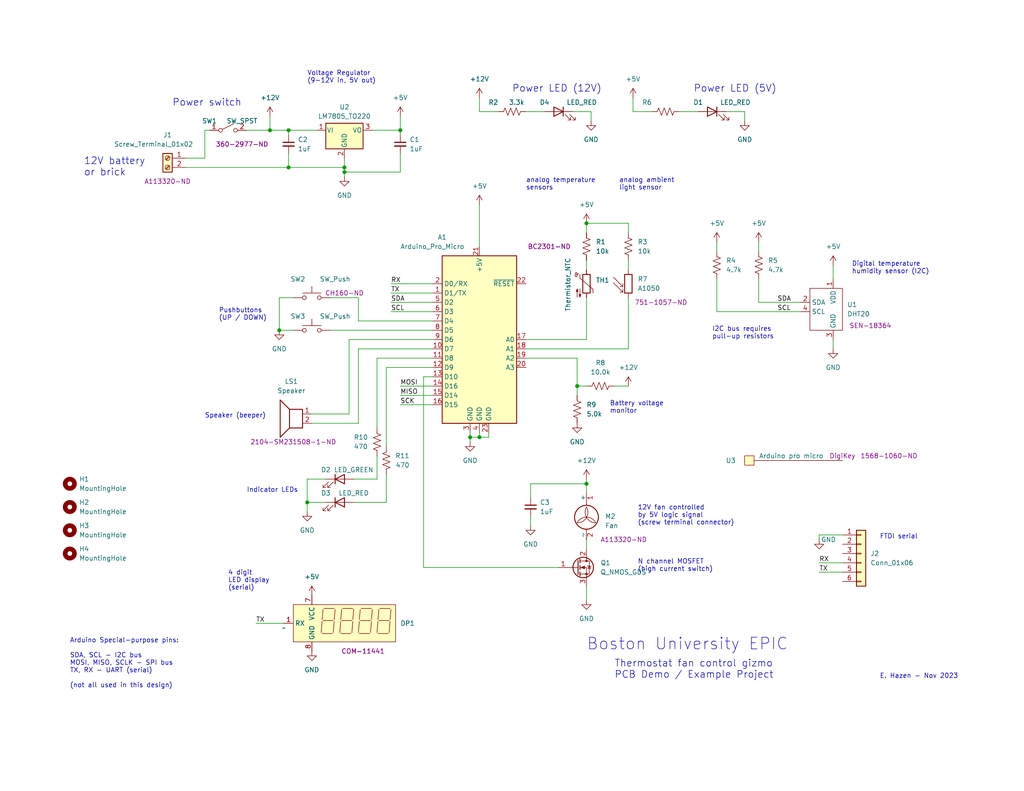
<source format=kicad_sch>
(kicad_sch (version 20230121) (generator eeschema)
  (paper "USLetter")
  (lib_symbols
    (symbol "Connector:Screw_Terminal_01x02" (pin_names (offset 1.016) hide)
      (property "Reference" "J" (at 0 2.54 0))
      (property "Value" "Screw_Terminal_01x02" (at 0 -5.08 0))
      (symbol "Screw_Terminal_01x02_1_1"
        (rectangle (start -1.27 1.27) (end 1.27 -3.81) (stroke (width 0.254)) (fill (type background)))
        (circle (center 0 -2.54) (radius 0.635) (stroke (width 0.1524)))
        (polyline (pts (xy -0.5334 -2.2098) (xy 0.3302 -3.048)) (stroke (width 0.1524)))
        (polyline (pts (xy -0.5334 0.3302) (xy 0.3302 -0.508)) (stroke (width 0.1524)))
        (polyline (pts (xy -0.3556 -2.032) (xy 0.508 -2.8702)) (stroke (width 0.1524)))
        (polyline (pts (xy -0.3556 0.508) (xy 0.508 -0.3302)) (stroke (width 0.1524)))
        (circle (center 0 0) (radius 0.635) (stroke (width 0.1524)))
        (pin passive line (at -5.08 0 0) (length 3.81) (name "Pin_1") (number "1"))
        (pin passive line (at -5.08 -2.54 0) (length 3.81) (name "Pin_2") (number "2"))
      )
    )
    (symbol "Connector_Generic:Conn_01x06" (pin_names (offset 1.016) hide)
      (property "Reference" "J" (at 0 7.62 0))
      (property "Value" "Conn_01x06" (at 0 -10.16 0))
      (symbol "Conn_01x06_1_1"
        (rectangle (start -1.27 -7.493) (end 0 -7.747) (stroke (width 0.1524)))
        (rectangle (start -1.27 -4.953) (end 0 -5.207) (stroke (width 0.1524)))
        (rectangle (start -1.27 -2.413) (end 0 -2.667) (stroke (width 0.1524)))
        (rectangle (start -1.27 0.127) (end 0 -0.127) (stroke (width 0.1524)))
        (rectangle (start -1.27 2.667) (end 0 2.413) (stroke (width 0.1524)))
        (rectangle (start -1.27 5.207) (end 0 4.953) (stroke (width 0.1524)))
        (rectangle (start -1.27 6.35) (end 1.27 -8.89) (stroke (width 0.254)) (fill (type background)))
        (pin passive line (at -5.08 5.08 0) (length 3.81) (name "Pin_1") (number "1"))
        (pin passive line (at -5.08 2.54 0) (length 3.81) (name "Pin_2") (number "2"))
        (pin passive line (at -5.08 0 0) (length 3.81) (name "Pin_3") (number "3"))
        (pin passive line (at -5.08 -2.54 0) (length 3.81) (name "Pin_4") (number "4"))
        (pin passive line (at -5.08 -5.08 0) (length 3.81) (name "Pin_5") (number "5"))
        (pin passive line (at -5.08 -7.62 0) (length 3.81) (name "Pin_6") (number "6"))
      )
    )
    (symbol "Device:C_Small" (pin_numbers hide) (pin_names (offset 0.254) hide)
      (property "Reference" "C" (at 0.254 1.778 0))
      (property "Value" "C_Small" (at 0.254 -2.032 0))
      (symbol "C_Small_0_1"
        (polyline (pts (xy -1.524 -0.508) (xy 1.524 -0.508)) (stroke (width 0.3302)))
        (polyline (pts (xy -1.524 0.508) (xy 1.524 0.508)) (stroke (width 0.3048)))
      )
      (symbol "C_Small_1_1"
        (pin passive line (at 0 2.54 270) (length 2.032) (name "~") (number "1"))
        (pin passive line (at 0 -2.54 90) (length 2.032) (name "~") (number "2"))
      )
    )
    (symbol "Device:LED" (pin_numbers hide) (pin_names (offset 1.016) hide)
      (property "Reference" "D" (at 0 2.54 0))
      (property "Value" "LED" (at 0 -2.54 0))
      (symbol "LED_0_1"
        (polyline (pts (xy -1.27 -1.27) (xy -1.27 1.27)) (stroke (width 0.254)))
        (polyline (pts (xy -1.27 0) (xy 1.27 0)))
        (polyline (pts (xy 1.27 -1.27) (xy 1.27 1.27) (xy -1.27 0) (xy 1.27 -1.27)) (stroke (width 0.254)))
        (polyline (pts (xy -3.048 -0.762) (xy -4.572 -2.286) (xy -3.81 -2.286) (xy -4.572 -2.286) (xy -4.572 -1.524)))
        (polyline (pts (xy -1.778 -0.762) (xy -3.302 -2.286) (xy -2.54 -2.286) (xy -3.302 -2.286) (xy -3.302 -1.524)))
      )
      (symbol "LED_1_1"
        (pin passive line (at -3.81 0 0) (length 2.54) (name "K") (number "1"))
        (pin passive line (at 3.81 0 180) (length 2.54) (name "A") (number "2"))
      )
    )
    (symbol "Device:Q_NMOS_GDS" (pin_names (offset 0) hide)
      (property "Reference" "Q" (at 5.08 1.27 0))
      (property "Value" "Q_NMOS_GDS" (at 5.08 -1.27 0))
      (symbol "Q_NMOS_GDS_0_1"
        (polyline (pts (xy 0.254 0) (xy -2.54 0)))
        (polyline (pts (xy 0.254 1.905) (xy 0.254 -1.905)) (stroke (width 0.254)))
        (polyline (pts (xy 0.762 -1.27) (xy 0.762 -2.286)) (stroke (width 0.254)))
        (polyline (pts (xy 0.762 0.508) (xy 0.762 -0.508)) (stroke (width 0.254)))
        (polyline (pts (xy 0.762 2.286) (xy 0.762 1.27)) (stroke (width 0.254)))
        (polyline (pts (xy 2.54 2.54) (xy 2.54 1.778)))
        (polyline (pts (xy 2.54 -2.54) (xy 2.54 0) (xy 0.762 0)))
        (polyline (pts (xy 0.762 -1.778) (xy 3.302 -1.778) (xy 3.302 1.778) (xy 0.762 1.778)))
        (polyline (pts (xy 1.016 0) (xy 2.032 0.381) (xy 2.032 -0.381) (xy 1.016 0)) (fill (type outline)))
        (polyline (pts (xy 2.794 0.508) (xy 2.921 0.381) (xy 3.683 0.381) (xy 3.81 0.254)))
        (polyline (pts (xy 3.302 0.381) (xy 2.921 -0.254) (xy 3.683 -0.254) (xy 3.302 0.381)))
        (circle (center 1.651 0) (radius 2.794) (stroke (width 0.254)))
        (circle (center 2.54 -1.778) (radius 0.254) (fill (type outline)))
        (circle (center 2.54 1.778) (radius 0.254) (fill (type outline)))
      )
      (symbol "Q_NMOS_GDS_1_1"
        (pin input line (at -5.08 0 0) (length 2.54) (name "G") (number "1"))
        (pin passive line (at 2.54 5.08 270) (length 2.54) (name "D") (number "2"))
        (pin passive line (at 2.54 -5.08 90) (length 2.54) (name "S") (number "3"))
      )
    )
    (symbol "Device:R_US" (pin_numbers hide) (pin_names (offset 0))
      (property "Reference" "R" (at 2.54 0 90))
      (property "Value" "R_US" (at -2.54 0 90))
      (symbol "R_US_0_1"
        (polyline (pts (xy 0 -2.286) (xy 0 -2.54)))
        (polyline (pts (xy 0 2.286) (xy 0 2.54)))
        (polyline (pts (xy 0 -0.762) (xy 1.016 -1.143) (xy 0 -1.524) (xy -1.016 -1.905) (xy 0 -2.286)))
        (polyline (pts (xy 0 0.762) (xy 1.016 0.381) (xy 0 0) (xy -1.016 -0.381) (xy 0 -0.762)))
        (polyline (pts (xy 0 2.286) (xy 1.016 1.905) (xy 0 1.524) (xy -1.016 1.143) (xy 0 0.762)))
      )
      (symbol "R_US_1_1"
        (pin passive line (at 0 3.81 270) (length 1.27) (name "~") (number "1"))
        (pin passive line (at 0 -3.81 90) (length 1.27) (name "~") (number "2"))
      )
    )
    (symbol "Device:Speaker" (pin_names (offset 0) hide)
      (property "Reference" "LS" (at 1.27 5.715 0))
      (property "Value" "Speaker" (at 1.27 3.81 0))
      (symbol "Speaker_0_0"
        (rectangle (start -2.54 1.27) (end 1.016 -3.81) (stroke (width 0.254)))
        (polyline (pts (xy 1.016 1.27) (xy 3.556 3.81) (xy 3.556 -6.35) (xy 1.016 -3.81)) (stroke (width 0.254)))
      )
      (symbol "Speaker_1_1"
        (pin input line (at -5.08 0 0) (length 2.54) (name "1") (number "1"))
        (pin input line (at -5.08 -2.54 0) (length 2.54) (name "2") (number "2"))
      )
    )
    (symbol "Device:Thermistor_NTC" (pin_numbers hide) (pin_names (offset 0))
      (property "Reference" "TH" (at -4.445 0 90))
      (property "Value" "Thermistor_NTC" (at 3.175 0 90))
      (symbol "Thermistor_NTC_0_1"
        (arc (start -3.048 2.159) (mid -3.0495 2.3143) (end -3.175 2.413))
        (arc (start -3.048 2.159) (mid -2.9736 1.9794) (end -2.794 1.905))
        (arc (start -3.048 2.794) (mid -2.9736 2.6144) (end -2.794 2.54))
        (arc (start -2.794 1.905) (mid -2.6144 1.9794) (end -2.54 2.159))
        (arc (start -2.794 2.54) (mid -2.4393 2.5587) (end -2.159 2.794))
        (arc (start -2.794 3.048) (mid -2.9736 2.9736) (end -3.048 2.794))
        (arc (start -2.54 2.794) (mid -2.6144 2.9736) (end -2.794 3.048))
        (rectangle (start -1.016 2.54) (end 1.016 -2.54) (stroke (width 0.254)))
        (polyline (pts (xy -2.54 2.159) (xy -2.54 2.794)))
        (polyline (pts (xy -1.778 2.54) (xy -1.778 1.524) (xy 1.778 -1.524) (xy 1.778 -2.54)))
        (polyline (pts (xy -2.54 -3.683) (xy -2.54 -1.397) (xy -2.794 -2.159) (xy -2.286 -2.159) (xy -2.54 -1.397) (xy -2.54 -1.651)) (fill (type outline)))
        (polyline (pts (xy -1.778 -1.397) (xy -1.778 -3.683) (xy -2.032 -2.921) (xy -1.524 -2.921) (xy -1.778 -3.683) (xy -1.778 -3.429)) (fill (type outline)))
      )
      (symbol "Thermistor_NTC_1_1"
        (pin passive line (at 0 3.81 270) (length 1.27) (name "~") (number "1"))
        (pin passive line (at 0 -3.81 90) (length 1.27) (name "~") (number "2"))
      )
    )
    (symbol "Mechanical:MountingHole" (pin_names (offset 1.016))
      (property "Reference" "H" (at 0 5.08 0))
      (property "Value" "MountingHole" (at 0 3.175 0))
      (symbol "MountingHole_0_1"
        (circle (center 0 0) (radius 1.27) (stroke (width 1.27)))
      )
    )
    (symbol "Motor:Fan" (pin_names (offset 0))
      (property "Reference" "M" (at 2.54 5.08 0))
      (property "Value" "Fan" (at 2.54 -2.54 0))
      (symbol "Fan_0_1"
        (arc (start -2.54 -0.508) (mid 0.0028 0.9121) (end 0 3.81))
        (polyline (pts (xy 0 -5.08) (xy 0 -4.572)))
        (polyline (pts (xy 0 -2.2352) (xy 0 -2.6416)))
        (polyline (pts (xy 0 4.2672) (xy 0 4.6228)))
        (polyline (pts (xy 0 4.572) (xy 0 5.08)))
        (circle (center 0 1.016) (radius 3.2512) (stroke (width 0.254)))
        (arc (start 0 3.81) (mid 0.053 0.921) (end 2.54 -0.508))
        (arc (start 2.54 -0.508) (mid 0 1.0618) (end -2.54 -0.508))
      )
      (symbol "Fan_1_1"
        (pin passive line (at 0 7.62 270) (length 2.54) (name "+") (number "1"))
        (pin passive line (at 0 -5.08 90) (length 2.54) (name "-") (number "2"))
      )
    )
    (symbol "Regulator_Linear:LM7805_TO220" (pin_names (offset 0.254))
      (property "Reference" "U" (at -3.81 3.175 0))
      (property "Value" "LM7805_TO220" (at 0 3.175 0))
      (symbol "LM7805_TO220_0_1"
        (rectangle (start -5.08 1.905) (end 5.08 -5.08) (stroke (width 0.254)) (fill (type background)))
      )
      (symbol "LM7805_TO220_1_1"
        (pin power_in line (at -7.62 0 0) (length 2.54) (name "VI") (number "1"))
        (pin power_in line (at 0 -7.62 90) (length 2.54) (name "GND") (number "2"))
        (pin power_out line (at 7.62 0 180) (length 2.54) (name "VO") (number "3"))
      )
    )
    (symbol "Sensor_Optical:A1050" (pin_numbers hide) (pin_names (offset 0))
      (property "Reference" "R" (at -5.08 0 90))
      (property "Value" "A1050" (at 1.905 0 90))
      (symbol "A1050_0_1"
        (rectangle (start -1.016 2.54) (end 1.016 -2.54) (stroke (width 0.254)))
        (polyline (pts (xy -1.524 -2.286) (xy -4.064 0.254)))
        (polyline (pts (xy -1.524 -2.286) (xy -2.286 -2.286)))
        (polyline (pts (xy -1.524 -2.286) (xy -1.524 -1.524)))
        (polyline (pts (xy -1.524 -0.762) (xy -4.064 1.778)))
        (polyline (pts (xy -1.524 -0.762) (xy -2.286 -0.762)))
        (polyline (pts (xy -1.524 -0.762) (xy -1.524 0)))
      )
      (symbol "A1050_1_1"
        (pin passive line (at 0 3.81 270) (length 1.27) (name "~") (number "1"))
        (pin passive line (at 0 -3.81 90) (length 1.27) (name "~") (number "2"))
      )
    )
    (symbol "Switch:SW_Push" (pin_numbers hide) (pin_names (offset 1.016) hide)
      (property "Reference" "SW" (at 1.27 2.54 0))
      (property "Value" "SW_Push" (at 0 -1.524 0))
      (symbol "SW_Push_0_1"
        (circle (center -2.032 0) (radius 0.508))
        (polyline (pts (xy 0 1.27) (xy 0 3.048)))
        (polyline (pts (xy 2.54 1.27) (xy -2.54 1.27)))
        (circle (center 2.032 0) (radius 0.508))
        (pin passive line (at -5.08 0 0) (length 2.54) (name "1") (number "1"))
        (pin passive line (at 5.08 0 180) (length 2.54) (name "2") (number "2"))
      )
    )
    (symbol "Switch:SW_SPST" (pin_names (offset 0) hide)
      (property "Reference" "SW" (at 0 3.175 0))
      (property "Value" "SW_SPST" (at 0 -2.54 0))
      (symbol "SW_SPST_0_0"
        (circle (center -2.032 0) (radius 0.508))
        (polyline (pts (xy -1.524 0.254) (xy 1.524 1.778)))
        (circle (center 2.032 0) (radius 0.508))
      )
      (symbol "SW_SPST_1_1"
        (pin passive line (at -5.08 0 0) (length 2.54) (name "A") (number "1"))
        (pin passive line (at 5.08 0 180) (length 2.54) (name "B") (number "2"))
      )
    )
    (symbol "misc_bom:BOM_item" (on_board no)
      (property "Reference" "U" (at -1.27 6.35 0))
      (property "Value" "BOM_item" (at 2.54 3.81 0))
      (property "CatNo" "CatNo" (at 11.43 0 0))
      (property "Vendor" "Vendor" (at 2.54 0 0))
      (symbol "BOM_item_0_1"
        (rectangle (start -1.27 1.27) (end 1.27 -1.27) (fill (type background)))
        (polyline (pts (xy 1.27 0) (xy 25.4 0)))
      )
    )
    (symbol "my_Arduino:Arduino_pro_micro"
      (property "Reference" "A" (at -10.16 23.495 0))
      (property "Value" "Arduino_Pro_Micro" (at 5.08 -24.13 0))
      (symbol "Arduino_pro_micro_0_1"
        (rectangle (start -10.16 22.86) (end 10.16 -22.86) (stroke (width 0.254)) (fill (type background)))
      )
      (symbol "Arduino_pro_micro_1_1"
        (pin bidirectional line (at -12.7 12.7 0) (length 2.54) (name "D1/TX") (number "1"))
        (pin bidirectional line (at -12.7 -2.54 0) (length 2.54) (name "D7") (number "10"))
        (pin bidirectional line (at -12.7 -5.08 0) (length 2.54) (name "D8") (number "11"))
        (pin bidirectional line (at -12.7 -7.62 0) (length 2.54) (name "D9") (number "12"))
        (pin bidirectional line (at -12.7 -10.16 0) (length 2.54) (name "D10") (number "13"))
        (pin bidirectional line (at -12.7 -12.7 0) (length 2.54) (name "D16") (number "14"))
        (pin bidirectional line (at -12.7 -15.24 0) (length 2.54) (name "D14") (number "15"))
        (pin bidirectional line (at -12.7 -17.78 0) (length 2.54) (name "D15") (number "16"))
        (pin bidirectional line (at 12.7 0 180) (length 2.54) (name "A0") (number "17"))
        (pin bidirectional line (at 12.7 -2.54 180) (length 2.54) (name "A1") (number "18"))
        (pin bidirectional line (at 12.7 -5.08 180) (length 2.54) (name "A2") (number "19"))
        (pin bidirectional line (at -12.7 15.24 0) (length 2.54) (name "D0/RX") (number "2"))
        (pin bidirectional line (at 12.7 -7.62 180) (length 2.54) (name "A3") (number "20"))
        (pin power_out line (at 0 25.4 270) (length 2.54) (name "+5V") (number "21"))
        (pin input line (at 12.7 15.24 180) (length 2.54) (name "~{RESET}") (number "22"))
        (pin power_in line (at 2.54 -25.4 90) (length 2.54) (name "GND") (number "23"))
        (pin power_in line (at -2.54 -25.4 90) (length 2.54) (name "GND") (number "3"))
        (pin power_in line (at 0 -25.4 90) (length 2.54) (name "GND") (number "4"))
        (pin bidirectional line (at -12.7 10.16 0) (length 2.54) (name "D2") (number "5"))
        (pin bidirectional line (at -12.7 7.62 0) (length 2.54) (name "D3") (number "6"))
        (pin bidirectional line (at -12.7 5.08 0) (length 2.54) (name "D4") (number "7"))
        (pin bidirectional line (at -12.7 2.54 0) (length 2.54) (name "D5") (number "8"))
        (pin bidirectional line (at -12.7 0 0) (length 2.54) (name "D6") (number "9"))
      )
    )
    (symbol "my_humid_sensor:DHT20"
      (property "Reference" "U" (at 7.62 7.62 0))
      (property "Value" "DHT20" (at 15.24 7.62 0))
      (symbol "DHT20_0_1"
        (rectangle (start 1.27 6.35) (end 10.16 -5.08))
      )
      (symbol "DHT20_1_1"
        (pin input line (at 3.81 8.89 270) (length 2.54) (name "VDD") (number "1"))
        (pin input line (at 12.7 2.54 180) (length 2.54) (name "SDA") (number "2"))
        (pin input line (at 3.81 -7.62 90) (length 2.54) (name "GND") (number "3"))
        (pin input line (at 12.7 0 180) (length 2.54) (name "SCL") (number "4"))
      )
    )
    (symbol "my_sparkfun_serial_7seg:Serial7SegmentDisplay"
      (property "Reference" "DP" (at 12.7 7.62 0))
      (symbol "Serial7SegmentDisplay_0_1"
        (polyline (pts (xy 10.16 -1.27) (xy 10.414 1.778)))
        (polyline (pts (xy 10.414 -1.524) (xy 13.208 -1.524)))
        (polyline (pts (xy 10.414 2.286) (xy 10.668 5.08)))
        (polyline (pts (xy 10.668 2.032) (xy 13.462 2.032)))
        (polyline (pts (xy 10.922 5.334) (xy 13.716 5.334)))
        (polyline (pts (xy 13.716 1.778) (xy 13.462 -1.27)))
        (polyline (pts (xy 13.716 2.286) (xy 13.97 5.08)))
        (polyline (pts (xy 15.24 -1.27) (xy 15.494 1.778)))
        (polyline (pts (xy 15.494 -1.524) (xy 18.288 -1.524)))
        (polyline (pts (xy 15.494 2.286) (xy 15.748 5.08)))
        (polyline (pts (xy 15.748 2.032) (xy 18.542 2.032)))
        (polyline (pts (xy 16.002 5.334) (xy 18.796 5.334)))
        (polyline (pts (xy 18.796 1.778) (xy 18.542 -1.27)))
        (polyline (pts (xy 18.796 2.286) (xy 19.05 5.08)))
        (polyline (pts (xy 20.32 -1.27) (xy 20.574 1.778)))
        (polyline (pts (xy 20.574 -1.524) (xy 23.368 -1.524)))
        (polyline (pts (xy 20.574 2.286) (xy 20.828 5.08)))
        (polyline (pts (xy 20.828 2.032) (xy 23.622 2.032)))
        (polyline (pts (xy 21.082 5.334) (xy 23.876 5.334)))
        (polyline (pts (xy 23.876 1.778) (xy 23.622 -1.27)))
        (polyline (pts (xy 23.876 2.286) (xy 24.13 5.08)))
        (polyline (pts (xy 25.4 -1.27) (xy 25.654 1.778)))
        (polyline (pts (xy 25.654 -1.524) (xy 28.448 -1.524)))
        (polyline (pts (xy 25.654 2.286) (xy 25.908 5.08)))
        (polyline (pts (xy 25.908 2.032) (xy 28.702 2.032)))
        (polyline (pts (xy 26.162 5.334) (xy 28.956 5.334)))
        (polyline (pts (xy 28.956 1.778) (xy 28.702 -1.27)))
        (polyline (pts (xy 28.956 2.286) (xy 29.21 5.08)))
      )
      (symbol "Serial7SegmentDisplay_1_1"
        (rectangle (start 2.54 6.35) (end 30.48 -3.81) (fill (type background)))
        (pin input line (at 0 1.27 0) (length 2.54) (name "RX") (number "1"))
        (pin input line (at 7.62 8.89 270) (length 2.54) (name "VCC") (number "7"))
        (pin input line (at 7.62 -6.35 90) (length 2.54) (name "GND") (number "8"))
      )
    )
    (symbol "power:+12V" (power) (pin_names (offset 0))
      (property "Value" "+12V" (at 0 3.556 0))
      (symbol "+12V_0_1"
        (polyline (pts (xy -0.762 1.27) (xy 0 2.54)))
        (polyline (pts (xy 0 0) (xy 0 2.54)))
        (polyline (pts (xy 0 2.54) (xy 0.762 1.27)))
      )
      (symbol "+12V_1_1"
        (pin power_in line (at 0 0 90) (length 0) hide (name "+12V") (number "1"))
      )
    )
    (symbol "power:+5V" (power) (pin_names (offset 0))
      (property "Value" "+5V" (at 0 3.556 0))
      (symbol "+5V_0_1"
        (polyline (pts (xy -0.762 1.27) (xy 0 2.54)))
        (polyline (pts (xy 0 0) (xy 0 2.54)))
        (polyline (pts (xy 0 2.54) (xy 0.762 1.27)))
      )
      (symbol "+5V_1_1"
        (pin power_in line (at 0 0 90) (length 0) hide (name "+5V") (number "1"))
      )
    )
    (symbol "power:GND" (power) (pin_names (offset 0))
      (property "Value" "GND" (at 0 -3.81 0))
      (symbol "GND_0_1"
        (polyline (pts (xy 0 0) (xy 0 -1.27) (xy 1.27 -1.27) (xy 0 -2.54) (xy -1.27 -1.27) (xy 0 -1.27)))
      )
      (symbol "GND_1_1"
        (pin power_in line (at 0 0 270) (length 0) hide (name "GND") (number "1"))
      )
    )
  )
  (junction (at 157.48 105.41))
  (junction (at 109.22 35.56))
  (junction (at 73.66 35.56))
  (junction (at 130.81 119.38))
  (junction (at 160.02 60.96))
  (junction (at 76.2 90.17))
  (junction (at 93.98 45.72))
  (junction (at 160.02 132.08))
  (junction (at 78.74 45.72))
  (junction (at 78.74 35.56))
  (junction (at 128.27 119.38))
  (junction (at 83.82 137.16))
  (junction (at 93.98 46.99))
  (wire (pts (xy 96.52 137.16) (xy 105.41 137.16)))
  (wire (pts (xy 160.02 92.71) (xy 143.51 92.71)))
  (wire (pts (xy 130.81 119.38) (xy 130.81 118.11)))
  (wire (pts (xy 102.87 97.79) (xy 102.87 116.84)))
  (wire (pts (xy 97.79 115.57) (xy 97.79 95.25)))
  (wire (pts (xy 55.88 35.56) (xy 55.88 43.18)))
  (wire (pts (xy 157.48 97.79) (xy 143.51 97.79)))
  (wire (pts (xy 160.02 60.96) (xy 160.02 63.5)))
  (wire (pts (xy 115.57 154.94) (xy 115.57 102.87)))
  (wire (pts (xy 97.79 81.28) (xy 97.79 87.63)))
  (wire (pts (xy 185.42 30.48) (xy 190.5 30.48)))
  (wire (pts (xy 157.48 107.95) (xy 157.48 105.41)))
  (wire (pts (xy 172.72 30.48) (xy 177.8 30.48)))
  (wire (pts (xy 105.41 129.54) (xy 105.41 137.16)))
  (wire (pts (xy 93.98 43.18) (xy 93.98 45.72)))
  (wire (pts (xy 144.78 132.08) (xy 144.78 135.89)))
  (wire (pts (xy 83.82 137.16) (xy 83.82 139.7)))
  (wire (pts (xy 207.01 66.04) (xy 207.01 68.58)))
  (wire (pts (xy 171.45 95.25) (xy 143.51 95.25)))
  (wire (pts (xy 109.22 46.99) (xy 109.22 41.91)))
  (wire (pts (xy 105.41 100.33) (xy 105.41 121.92)))
  (wire (pts (xy 106.68 82.55) (xy 118.11 82.55)))
  (wire (pts (xy 55.88 43.18) (xy 50.8 43.18)))
  (wire (pts (xy 88.9 137.16) (xy 83.82 137.16)))
  (wire (pts (xy 128.27 119.38) (xy 130.81 119.38)))
  (wire (pts (xy 78.74 41.91) (xy 78.74 45.72)))
  (wire (pts (xy 67.31 35.56) (xy 73.66 35.56)))
  (wire (pts (xy 101.6 35.56) (xy 109.22 35.56)))
  (wire (pts (xy 115.57 102.87) (xy 118.11 102.87)))
  (wire (pts (xy 69.85 170.18) (xy 77.47 170.18)))
  (wire (pts (xy 157.48 105.41) (xy 160.02 105.41)))
  (wire (pts (xy 90.17 90.17) (xy 118.11 90.17)))
  (wire (pts (xy 133.35 119.38) (xy 133.35 118.11)))
  (wire (pts (xy 50.8 45.72) (xy 78.74 45.72)))
  (wire (pts (xy 97.79 95.25) (xy 118.11 95.25)))
  (wire (pts (xy 78.74 36.83) (xy 78.74 35.56)))
  (wire (pts (xy 223.52 156.21) (xy 229.87 156.21)))
  (wire (pts (xy 157.48 105.41) (xy 157.48 97.79)))
  (wire (pts (xy 223.52 153.67) (xy 229.87 153.67)))
  (wire (pts (xy 203.2 33.02) (xy 203.2 30.48)))
  (wire (pts (xy 95.25 92.71) (xy 118.11 92.71)))
  (wire (pts (xy 83.82 130.81) (xy 83.82 137.16)))
  (wire (pts (xy 195.58 85.09) (xy 218.44 85.09)))
  (wire (pts (xy 55.88 35.56) (xy 57.15 35.56)))
  (wire (pts (xy 160.02 60.96) (xy 171.45 60.96)))
  (wire (pts (xy 97.79 87.63) (xy 118.11 87.63)))
  (wire (pts (xy 161.29 33.02) (xy 161.29 30.48)))
  (wire (pts (xy 130.81 119.38) (xy 133.35 119.38)))
  (wire (pts (xy 161.29 30.48) (xy 156.21 30.48)))
  (wire (pts (xy 109.22 105.41) (xy 118.11 105.41)))
  (wire (pts (xy 143.51 30.48) (xy 148.59 30.48)))
  (wire (pts (xy 227.33 72.39) (xy 227.33 76.2)))
  (wire (pts (xy 85.09 115.57) (xy 97.79 115.57)))
  (wire (pts (xy 73.66 31.75) (xy 73.66 35.56)))
  (wire (pts (xy 115.57 154.94) (xy 152.4 154.94)))
  (wire (pts (xy 229.87 146.05) (xy 223.52 146.05)))
  (wire (pts (xy 93.98 46.99) (xy 109.22 46.99)))
  (wire (pts (xy 160.02 130.81) (xy 160.02 132.08)))
  (wire (pts (xy 223.52 146.05) (xy 223.52 147.32)))
  (wire (pts (xy 73.66 35.56) (xy 78.74 35.56)))
  (wire (pts (xy 102.87 124.46) (xy 102.87 130.81)))
  (wire (pts (xy 144.78 140.97) (xy 144.78 143.51)))
  (wire (pts (xy 96.52 130.81) (xy 102.87 130.81)))
  (wire (pts (xy 90.17 81.28) (xy 97.79 81.28)))
  (wire (pts (xy 227.33 92.71) (xy 227.33 95.25)))
  (wire (pts (xy 167.64 105.41) (xy 171.45 105.41)))
  (wire (pts (xy 106.68 77.47) (xy 118.11 77.47)))
  (wire (pts (xy 207.01 76.2) (xy 207.01 82.55)))
  (wire (pts (xy 78.74 35.56) (xy 86.36 35.56)))
  (wire (pts (xy 109.22 31.75) (xy 109.22 35.56)))
  (wire (pts (xy 102.87 97.79) (xy 118.11 97.79)))
  (wire (pts (xy 109.22 107.95) (xy 118.11 107.95)))
  (wire (pts (xy 109.22 35.56) (xy 109.22 36.83)))
  (wire (pts (xy 93.98 48.26) (xy 93.98 46.99)))
  (wire (pts (xy 160.02 147.32) (xy 160.02 149.86)))
  (wire (pts (xy 130.81 30.48) (xy 135.89 30.48)))
  (wire (pts (xy 128.27 119.38) (xy 128.27 120.65)))
  (wire (pts (xy 160.02 132.08) (xy 144.78 132.08)))
  (wire (pts (xy 76.2 81.28) (xy 76.2 90.17)))
  (wire (pts (xy 207.01 82.55) (xy 218.44 82.55)))
  (wire (pts (xy 76.2 90.17) (xy 80.01 90.17)))
  (wire (pts (xy 160.02 81.28) (xy 160.02 92.71)))
  (wire (pts (xy 195.58 76.2) (xy 195.58 85.09)))
  (wire (pts (xy 106.68 80.01) (xy 118.11 80.01)))
  (wire (pts (xy 171.45 81.28) (xy 171.45 95.25)))
  (wire (pts (xy 109.22 110.49) (xy 118.11 110.49)))
  (wire (pts (xy 172.72 26.67) (xy 172.72 30.48)))
  (wire (pts (xy 85.09 113.03) (xy 95.25 113.03)))
  (wire (pts (xy 78.74 45.72) (xy 93.98 45.72)))
  (wire (pts (xy 203.2 30.48) (xy 198.12 30.48)))
  (wire (pts (xy 171.45 60.96) (xy 171.45 63.5)))
  (wire (pts (xy 160.02 132.08) (xy 160.02 134.62)))
  (wire (pts (xy 93.98 46.99) (xy 93.98 45.72)))
  (wire (pts (xy 130.81 26.67) (xy 130.81 30.48)))
  (wire (pts (xy 130.81 55.88) (xy 130.81 67.31)))
  (wire (pts (xy 105.41 100.33) (xy 118.11 100.33)))
  (wire (pts (xy 95.25 113.03) (xy 95.25 92.71)))
  (wire (pts (xy 106.68 85.09) (xy 118.11 85.09)))
  (wire (pts (xy 80.01 81.28) (xy 76.2 81.28)))
  (wire (pts (xy 195.58 66.04) (xy 195.58 68.58)))
  (wire (pts (xy 160.02 71.12) (xy 160.02 73.66)))
  (wire (pts (xy 160.02 160.02) (xy 160.02 163.83)))
  (wire (pts (xy 128.27 118.11) (xy 128.27 119.38)))
  (wire (pts (xy 171.45 71.12) (xy 171.45 73.66)))
  (wire (pts (xy 88.9 130.81) (xy 83.82 130.81)))
  (text "analog ambient\nlight sensor" (at 168.91 52.07 0) (effects (font (size 1.27 1.27)) (justify left bottom)))
  (text "12V fan controlled\nby 5V logic signal\n(screw terminal connector)" (at 173.99 143.51 0) (effects (font (size 1.27 1.27)) (justify left bottom)))
  (text "Thermostat fan control gizmo\nPCB Demo / Example Project" (at 167.64 185.42 0) (effects (font (size 1.905 1.905)) (justify left bottom)))
  (text "E. Hazen - Nov 2023" (at 240.03 185.42 0) (effects (font (size 1.27 1.27)) (justify left bottom)))
  (text "Power LED (5V)" (at 189.23 25.4 0) (effects (font (size 1.905 1.905)) (justify left bottom)))
  (text "12V battery\nor brick" (at 22.86 48.26 0) (effects (font (size 1.905 1.905)) (justify left bottom)))
  (text "Arduino Special-purpose pins:\n\nSDA, SCL - I2C bus\nMOSI, MISO, SCLK - SPI bus\nTX, RX - UART (serial)\n\n(not all used in this design)" (at 19.05 187.96 0) (effects (font (size 1.27 1.27)) (justify left bottom)))
  (text "I2C bus requires\npull-up resistors" (at 194.31 92.71 0) (effects (font (size 1.27 1.27)) (justify left bottom)))
  (text "Speaker (beeper)" (at 55.88 114.3 0) (effects (font (size 1.27 1.27)) (justify left bottom)))
  (text "Battery voltage\nmonitor" (at 166.37 113.03 0) (effects (font (size 1.27 1.27)) (justify left bottom)))
  (text "Digital temperature\nhumidity sensor (I2C)" (at 232.41 74.93 0) (effects (font (size 1.27 1.27)) (justify left bottom)))
  (text "4 digit\nLED display\n(serial)" (at 62.23 161.29 0) (effects (font (size 1.27 1.27)) (justify left bottom)))
  (text "FTDI serial" (at 240.03 147.32 0) (effects (font (size 1.27 1.27)) (justify left bottom)))
  (text "Boston University EPIC" (at 160.02 177.8 0) (effects (font (size 3.175 3.175)) (justify left bottom)))
  (text "Power switch" (at 46.99 29.21 0) (effects (font (size 1.905 1.905)) (justify left bottom)))
  (text "Power LED (12V)" (at 139.7 25.4 0) (effects (font (size 1.905 1.905)) (justify left bottom)))
  (text "Indicator LEDs" (at 67.31 134.62 0) (effects (font (size 1.27 1.27)) (justify left bottom)))
  (text "Voltage Regulator\n(9-12V in, 5V out)" (at 83.82 22.86 0) (effects (font (size 1.27 1.27)) (justify left bottom)))
  (text "Pushbuttons\n(UP / DOWN)" (at 59.69 87.63 0) (effects (font (size 1.27 1.27)) (justify left bottom)))
  (text "N channel MOSFET\n(high current switch)" (at 173.99 156.21 0) (effects (font (size 1.27 1.27)) (justify left bottom)))
  (text "analog temperature \nsensors" (at 143.51 52.07 0) (effects (font (size 1.27 1.27)) (justify left bottom)))
  (label "TX" (at 69.85 170.18 0))
  (label "SCK" (at 109.22 110.49 0))
  (label "MISO" (at 109.22 107.95 0))
  (label "MOSI" (at 109.22 105.41 0))
  (label "RX" (at 223.52 153.67 0))
  (label "TX" (at 106.68 80.01 0))
  (label "SDA" (at 106.68 82.55 0))
  (label "SCL" (at 212.09 85.09 0))
  (label "SCL" (at 106.68 85.09 0))
  (label "SDA" (at 212.09 82.55 0))
  (label "TX" (at 223.52 156.21 0))
  (label "RX" (at 106.68 77.47 0))
  (symbol (lib_id "Device:R_US") (at 160.02 67.31 0) (unit 1)
    (property "Reference" "R1" (at 162.56 66.04 0) (effects (justify left)))
    (property "Value" "10k" (at 162.56 68.58 0) (effects (justify left)))
    (property "Footprint" "Resistor_SMD:R_0805_2012Metric" (effects hide))
  )
  (symbol (lib_id "Device:R_US") (at 102.87 120.65 180) (unit 1)
    (property "Reference" "R10" (at 96.52 119.38 0) (effects (justify right)))
    (property "Value" "470" (at 96.52 121.92 0) (effects (justify right)))
    (property "Footprint" "Resistor_SMD:R_0805_2012Metric" (effects hide))
  )
  (symbol (lib_id "Connector_Generic:Conn_01x06") (at 234.95 151.13 0) (unit 1)
    (property "Reference" "J2" (at 237.49 151.13 0) (effects (justify left)))
    (property "Value" "Conn_01x06" (at 237.49 153.67 0) (effects (justify left)))
    (property "Footprint" "Connector_PinHeader_2.54mm:PinHeader_1x06_P2.54mm_Vertical" (effects hide))
    (property "MfgNo" "68001-106HLF" (effects hide))
    (property "CatNo" "609-3272-ND" (effects hide))
    (property "Type" "TH" (effects hide))
  )
  (symbol (lib_id "Device:R_US") (at 105.41 125.73 0) (mirror x) (unit 1)
    (property "Reference" "R11" (at 111.76 124.46 0) (effects (justify right)))
    (property "Value" "470" (at 111.76 127 0) (effects (justify right)))
    (property "Footprint" "Resistor_SMD:R_0805_2012Metric" (effects hide))
  )
  (symbol (lib_id "power:+5V") (at 160.02 60.96 0) (unit 1)
    (property "Reference" "#PWR01" (effects hide))
    (property "Value" "+5V" (at 160.02 55.88 0))
  )
  (symbol (lib_id "power:+5V") (at 195.58 66.04 0) (unit 1)
    (property "Reference" "#PWR015" (effects hide))
    (property "Value" "+5V" (at 195.58 60.96 0))
  )
  (symbol (lib_id "power:GND") (at 93.98 48.26 0) (unit 1)
    (property "Reference" "#PWR05" (effects hide))
    (property "Value" "GND" (at 93.98 53.34 0))
  )
  (symbol (lib_id "Switch:SW_Push") (at 85.09 81.28 0) (unit 1)
    (property "Reference" "SW2" (at 81.28 76.2 0))
    (property "Value" "SW_Push" (at 91.44 76.2 0))
    (property "Footprint" "my_cherry:SW_Cherry_MX_1.00u_PCB" (effects hide))
    (property "CatNo" "CH160-ND" (at 93.98 80.01 0))
  )
  (symbol (lib_id "Device:R_US") (at 195.58 72.39 0) (unit 1)
    (property "Reference" "R4" (at 198.12 71.12 0) (effects (justify left)))
    (property "Value" "4.7k" (at 198.12 73.66 0) (effects (justify left)))
    (property "Footprint" "Resistor_SMD:R_0805_2012Metric" (effects hide))
  )
  (symbol (lib_id "power:+5V") (at 130.81 55.88 0) (unit 1)
    (property "Reference" "#PWR019" (effects hide))
    (property "Value" "+5V" (at 130.81 50.8 0))
  )
  (symbol (lib_id "misc_bom:BOM_item") (at 204.47 125.73 0) (unit 1) (on_board no)
    (property "Reference" "U3" (at 199.39 125.73 0))
    (property "Value" "Arduino pro micro" (at 215.9 124.46 0))
    (property "CatNo" "1568-1060-ND" (at 242.57 124.46 0))
    (property "Vendor" "DigiKey" (at 229.87 124.46 0))
  )
  (symbol (lib_id "power:+5V") (at 109.22 31.75 0) (unit 1)
    (property "Reference" "#PWR018" (effects hide))
    (property "Value" "+5V" (at 109.22 26.67 0))
  )
  (symbol (lib_id "my_sparkfun_serial_7seg:Serial7SegmentDisplay") (at 77.47 171.45 0) (unit 1)
    (property "Reference" "DP1" (at 109.22 170.18 0) (effects (justify left)))
    (property "Value" "~" (at 77.47 171.45 0))
    (property "Footprint" "my_LCD:sparkfun-serial-led-4digit" (effects hide))
    (property "CatNo" "COM-11441" (at 99.06 177.8 0))
    (property "Vendor" "Sparkfun" (effects hide))
  )
  (symbol (lib_id "power:GND") (at 157.48 115.57 0) (unit 1)
    (property "Reference" "#PWR023" (effects hide))
    (property "Value" "GND" (at 157.48 120.65 0))
  )
  (symbol (lib_id "Device:LED") (at 194.31 30.48 0) (mirror y) (unit 1)
    (property "Reference" "D1" (at 190.5 27.94 0))
    (property "Value" "LED_RED" (at 200.66 27.94 0))
    (property "Footprint" "LED_THT:LED_D3.0mm" (effects hide))
  )
  (symbol (lib_id "Switch:SW_SPST") (at 62.23 35.56 0) (unit 1)
    (property "Reference" "SW1" (at 57.15 33.02 0))
    (property "Value" "SW_SPST" (at 66.04 33.02 0))
    (property "Footprint" "my_switches:AS11AH_slide_switch" (effects hide))
    (property "CatNo" "360-2977-ND" (at 66.04 39.37 0))
  )
  (symbol (lib_id "Device:LED") (at 92.71 137.16 0) (unit 1)
    (property "Reference" "D3" (at 88.9 134.62 0))
    (property "Value" "LED_RED" (at 96.52 134.62 0))
    (property "Footprint" "LED_THT:LED_D3.0mm" (effects hide))
  )
  (symbol (lib_id "power:GND") (at 83.82 139.7 0) (unit 1)
    (property "Reference" "#PWR010" (effects hide))
    (property "Value" "GND" (at 83.82 144.78 0))
  )
  (symbol (lib_id "power:+5V") (at 85.09 162.56 0) (unit 1)
    (property "Reference" "#PWR08" (effects hide))
    (property "Value" "+5V" (at 85.09 157.48 0))
  )
  (symbol (lib_id "Motor:Fan") (at 160.02 142.24 0) (unit 1)
    (property "Reference" "M2" (at 165.1 140.97 0) (effects (justify left)))
    (property "Value" "Fan" (at 165.1 143.51 0) (effects (justify left)))
    (property "Footprint" "my_terminal:Wuerth_WR-WTB_64800211622_1x02_P1.50mm_Vertical" (effects hide))
    (property "CatNo" "A113320-ND" (at 170.18 147.32 0))
  )
  (symbol (lib_id "Device:LED") (at 92.71 130.81 0) (unit 1)
    (property "Reference" "D2" (at 88.9 128.27 0))
    (property "Value" "LED_GREEN" (at 96.52 128.27 0))
    (property "Footprint" "LED_THT:LED_D3.0mm" (effects hide))
  )
  (symbol (lib_id "Regulator_Linear:LM7805_TO220") (at 93.98 35.56 0) (unit 1)
    (property "Reference" "U2" (at 93.98 29.21 0))
    (property "Value" "LM7805_TO220" (at 93.98 31.75 0))
    (property "Footprint" "Package_TO_SOT_THT:TO-220-3_Vertical" (effects hide))
    (property "Datasheet" "https://www.onsemi.cn/PowerSolutions/document/MC7800-D.PDF" (effects hide))
  )
  (symbol (lib_id "power:GND") (at 76.2 90.17 0) (unit 1)
    (property "Reference" "#PWR04" (effects hide))
    (property "Value" "GND" (at 76.2 95.25 0))
  )
  (symbol (lib_id "power:GND") (at 227.33 95.25 0) (unit 1)
    (property "Reference" "#PWR014" (effects hide))
    (property "Value" "GND" (at 227.33 100.33 0))
  )
  (symbol (lib_id "Mechanical:MountingHole") (at 19.05 144.78 0) (unit 1)
    (property "Reference" "H3" (at 21.59 143.51 0) (effects (justify left)))
    (property "Value" "MountingHole" (at 21.59 146.05 0) (effects (justify left)))
    (property "Footprint" "MountingHole:MountingHole_3.2mm_M3_Pad" (effects hide))
  )
  (symbol (lib_id "power:+5V") (at 207.01 66.04 0) (unit 1)
    (property "Reference" "#PWR016" (effects hide))
    (property "Value" "+5V" (at 207.01 60.96 0))
  )
  (symbol (lib_id "Device:C_Small") (at 78.74 39.37 0) (unit 1)
    (property "Reference" "C2" (at 81.28 38.1063 0) (effects (justify left)))
    (property "Value" "1uF" (at 81.28 40.6463 0) (effects (justify left)))
    (property "Footprint" "Capacitor_SMD:C_0805_2012Metric" (effects hide))
  )
  (symbol (lib_id "Device:R_US") (at 139.7 30.48 90) (unit 1)
    (property "Reference" "R2" (at 134.62 27.94 90))
    (property "Value" "3.3k" (at 140.97 27.94 90))
    (property "Footprint" "Resistor_SMD:R_0805_2012Metric" (effects hide))
  )
  (symbol (lib_id "my_humid_sensor:DHT20") (at 231.14 85.09 0) (mirror y) (unit 1)
    (property "Reference" "U1" (at 231.14 83.185 0) (effects (justify right)))
    (property "Value" "DHT20" (at 231.14 85.725 0) (effects (justify right)))
    (property "Footprint" "my_DHT:DHT20" (effects hide))
    (property "CatNo" "SEN-18364" (at 237.49 88.9 0))
    (property "Vendor" "Sparkfun" (effects hide))
  )
  (symbol (lib_id "Device:R_US") (at 163.83 105.41 90) (unit 1)
    (property "Reference" "R8" (at 163.83 99.06 90))
    (property "Value" "10.0k" (at 163.83 101.6 90))
    (property "Footprint" "Resistor_SMD:R_0805_2012Metric" (effects hide))
  )
  (symbol (lib_id "Device:R_US") (at 207.01 72.39 0) (unit 1)
    (property "Reference" "R5" (at 209.55 71.12 0) (effects (justify left)))
    (property "Value" "4.7k" (at 209.55 73.66 0) (effects (justify left)))
    (property "Footprint" "Resistor_SMD:R_0805_2012Metric" (effects hide))
  )
  (symbol (lib_id "Device:Q_NMOS_GDS") (at 157.48 154.94 0) (unit 1)
    (property "Reference" "Q1" (at 163.83 153.67 0) (effects (justify left)))
    (property "Value" "Q_NMOS_GDS" (at 163.83 156.21 0) (effects (justify left)))
    (property "Footprint" "Package_TO_SOT_THT:TO-220-3_Vertical" (effects hide))
  )
  (symbol (lib_id "Mechanical:MountingHole") (at 19.05 151.13 0) (unit 1)
    (property "Reference" "H4" (at 21.59 149.86 0) (effects (justify left)))
    (property "Value" "MountingHole" (at 21.59 152.4 0) (effects (justify left)))
    (property "Footprint" "MountingHole:MountingHole_3.2mm_M3_Pad" (effects hide))
  )
  (symbol (lib_id "power:GND") (at 223.52 147.32 0) (unit 1)
    (property "Reference" "#PWR024" (effects hide))
    (property "Value" "GND" (at 226.06 147.32 0))
  )
  (symbol (lib_id "Device:R_US") (at 157.48 111.76 180) (unit 1)
    (property "Reference" "R9" (at 160.02 110.49 0) (effects (justify right)))
    (property "Value" "5.0k" (at 160.02 113.03 0) (effects (justify right)))
    (property "Footprint" "Resistor_SMD:R_0805_2012Metric" (effects hide))
  )
  (symbol (lib_id "power:+5V") (at 172.72 26.67 0) (unit 1)
    (property "Reference" "#PWR022" (effects hide))
    (property "Value" "+5V" (at 172.72 21.59 0))
  )
  (symbol (lib_id "Device:R_US") (at 181.61 30.48 90) (unit 1)
    (property "Reference" "R6" (at 176.53 27.94 90))
    (property "Value" "470" (effects hide))
    (property "Footprint" "Resistor_SMD:R_0805_2012Metric" (effects hide))
  )
  (symbol (lib_id "power:GND") (at 203.2 33.02 0) (unit 1)
    (property "Reference" "#PWR021" (effects hide))
    (property "Value" "GND" (at 203.2 38.1 0))
  )
  (symbol (lib_id "Connector:Screw_Terminal_01x02") (at 45.72 43.18 0) (mirror y) (unit 1)
    (property "Reference" "J1" (at 45.72 36.83 0))
    (property "Value" "Screw_Terminal_01x02" (at 41.91 39.37 0))
    (property "Footprint" "my_terminal:Wuerth_WR-WTB_64800211622_1x02_P1.50mm_Vertical" (effects hide))
    (property "CatNo" "A113320-ND" (at 45.72 49.53 0))
  )
  (symbol (lib_id "power:+12V") (at 171.45 105.41 0) (unit 1)
    (property "Reference" "#PWR07" (effects hide))
    (property "Value" "+12V" (at 171.45 100.33 0))
  )
  (symbol (lib_id "power:GND") (at 85.09 177.8 0) (unit 1)
    (property "Reference" "#PWR09" (effects hide))
    (property "Value" "GND" (at 85.09 182.88 0))
  )
  (symbol (lib_id "Device:LED") (at 152.4 30.48 0) (mirror y) (unit 1)
    (property "Reference" "D4" (at 148.59 27.94 0))
    (property "Value" "LED_RED" (at 158.75 27.94 0))
    (property "Footprint" "LED_THT:LED_D3.0mm" (effects hide))
  )
  (symbol (lib_id "power:+12V") (at 73.66 31.75 0) (unit 1)
    (property "Reference" "#PWR020" (effects hide))
    (property "Value" "+12V" (at 73.66 26.67 0))
  )
  (symbol (lib_id "Sensor_Optical:A1050") (at 171.45 77.47 0) (unit 1)
    (property "Reference" "R7" (at 173.99 76.2 0) (effects (justify left)))
    (property "Value" "A1050" (at 173.99 78.74 0) (effects (justify left)))
    (property "Footprint" "LED_THT:LED_D3.0mm" (effects hide))
    (property "Datasheet" "http://cdn-reichelt.de/documents/datenblatt/A500/A106012.pdf" (effects hide))
    (property "CatNo" "751-1057-ND" (at 180.34 82.55 0))
  )
  (symbol (lib_id "Device:C_Small") (at 109.22 39.37 0) (unit 1)
    (property "Reference" "C1" (at 111.76 38.1063 0) (effects (justify left)))
    (property "Value" "1uF" (at 111.76 40.6463 0) (effects (justify left)))
    (property "Footprint" "Capacitor_SMD:C_0805_2012Metric" (effects hide))
  )
  (symbol (lib_id "Switch:SW_Push") (at 85.09 90.17 0) (unit 1)
    (property "Reference" "SW3" (at 81.28 86.36 0))
    (property "Value" "SW_Push" (at 91.44 86.36 0))
    (property "Footprint" "my_cherry:SW_Cherry_MX_1.00u_PCB" (effects hide))
    (property "CatNo" "CH160-ND" (effects hide))
  )
  (symbol (lib_id "Device:Thermistor_NTC") (at 160.02 77.47 0) (unit 1)
    (property "Reference" "TH1" (at 162.56 76.5175 0) (effects (justify left)))
    (property "Value" "Thermistor_NTC" (at 154.94 85.09 90) (effects (justify left)))
    (property "Footprint" "Capacitor_THT:CP_Radial_Tantal_D7.0mm_P2.50mm" (effects hide))
    (property "CatNo" "BC2301-ND" (at 149.86 67.31 0))
  )
  (symbol (lib_id "power:GND") (at 128.27 120.65 0) (unit 1)
    (property "Reference" "#PWR03" (effects hide))
    (property "Value" "GND" (at 128.27 125.73 0))
  )
  (symbol (lib_id "Mechanical:MountingHole") (at 19.05 138.43 0) (unit 1)
    (property "Reference" "H2" (at 21.59 137.16 0) (effects (justify left)))
    (property "Value" "MountingHole" (at 21.59 139.7 0) (effects (justify left)))
    (property "Footprint" "MountingHole:MountingHole_3.2mm_M3_Pad" (effects hide))
  )
  (symbol (lib_id "power:GND") (at 161.29 33.02 0) (unit 1)
    (property "Reference" "#PWR06" (effects hide))
    (property "Value" "GND" (at 161.29 38.1 0))
  )
  (symbol (lib_id "Device:C_Small") (at 144.78 138.43 0) (unit 1)
    (property "Reference" "C3" (at 147.32 137.1663 0) (effects (justify left)))
    (property "Value" "1uF" (at 147.32 139.7063 0) (effects (justify left)))
    (property "Footprint" "Capacitor_SMD:C_0805_2012Metric" (effects hide))
  )
  (symbol (lib_id "my_Arduino:Arduino_pro_micro") (at 130.81 92.71 0) (unit 1)
    (property "Reference" "A1" (at 119.38 64.77 0) (effects (justify left)))
    (property "Value" "Arduino_Pro_Micro" (at 109.22 67.31 0) (effects (justify left)))
    (property "Footprint" "my_arduino:pro_micro_socket" (effects hide))
  )
  (symbol (lib_id "Mechanical:MountingHole") (at 19.05 132.08 0) (unit 1)
    (property "Reference" "H1" (at 21.59 130.81 0) (effects (justify left)))
    (property "Value" "MountingHole" (at 21.59 133.35 0) (effects (justify left)))
    (property "Footprint" "MountingHole:MountingHole_3.2mm_M3_Pad" (effects hide))
  )
  (symbol (lib_id "power:+12V") (at 160.02 130.81 0) (unit 1)
    (property "Reference" "#PWR017" (effects hide))
    (property "Value" "+12V" (at 160.02 125.73 0))
  )
  (symbol (lib_id "power:GND") (at 160.02 163.83 0) (unit 1)
    (property "Reference" "#PWR011" (effects hide))
    (property "Value" "GND" (at 160.02 168.91 0))
  )
  (symbol (lib_id "power:+5V") (at 227.33 72.39 0) (unit 1)
    (property "Reference" "#PWR013" (effects hide))
    (property "Value" "+5V" (at 227.33 67.31 0))
  )
  (symbol (lib_id "power:GND") (at 144.78 143.51 0) (unit 1)
    (property "Reference" "#PWR02" (effects hide))
    (property "Value" "GND" (at 144.78 148.59 0))
  )
  (symbol (lib_id "power:+12V") (at 130.81 26.67 0) (unit 1)
    (property "Reference" "#PWR012" (effects hide))
    (property "Value" "+12V" (at 130.81 21.59 0))
  )
  (symbol (lib_id "Device:Speaker") (at 80.01 113.03 0) (mirror y) (unit 1)
    (property "Reference" "LS1" (at 79.502 104.14 0))
    (property "Value" "Speaker" (at 79.502 106.68 0))
    (property "Footprint" "my_speaker:SM231508-1_speaker_D22.8P10.0" (effects hide))
    (property "CatNo" "2104-SM231508-1-ND" (at 80.01 120.65 0))
  )
  (symbol (lib_id "Device:R_US") (at 171.45 67.31 0) (unit 1)
    (property "Reference" "R3" (at 173.99 66.04 0) (effects (justify left)))
    (property "Value" "10k" (at 173.99 68.58 0) (effects (justify left)))
    (property "Footprint" "Resistor_SMD:R_0805_2012Metric" (effects hide))
  )
)
</source>
